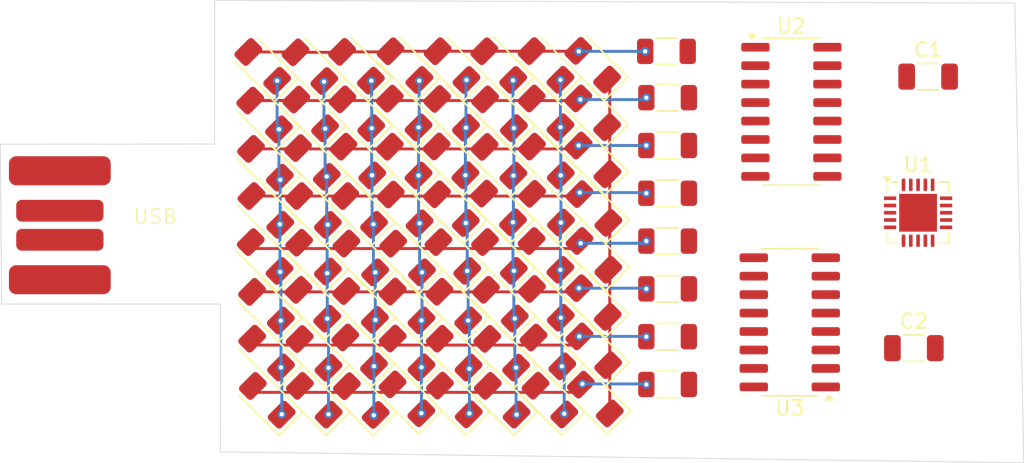
<source format=kicad_pcb>
(kicad_pcb (version 20240108) (generator "pcbnew") (generator_version "8.0")
  (layers (0 "F.Cu" signal) (31 "B.Cu" signal) (34 "B.Paste" user) (35 "F.Paste" user) (36 "B.SilkS" user "B.Silkscreen") (37 "F.SilkS" user "F.Silkscreen") (38 "B.Mask" user) (39 "F.Mask" user) (44 "Edge.Cuts" user))
  (net 0 "")
  (net 1 "Net-(D1-A)")
  (net 2 "GND")
  (net 3 "+5V")
  (net 4 "Net-(D1-K)")
  (net 5 "Net-(D10-K)")
  (net 6 "Net-(D11-K)")
  (net 7 "Net-(D12-K)")
  (net 8 "Net-(D13-K)")
  (net 9 "Net-(D14-K)")
  (net 10 "Net-(D15-K)")
  (net 11 "Net-(D16-K)")
  (net 12 "Net-(D10-A)")
  (net 13 "Net-(D17-A)")
  (net 14 "Net-(D25-A)")
  (net 15 "Net-(D33-A)")
  (net 16 "Net-(D41-A)")
  (net 17 "Net-(D49-A)")
  (net 18 "Net-(D57-A)")
  (net 31 "Net-(U2-QA)")
  (net 32 "Net-(U2-QH)")
  (net 33 "Net-(U2-QD)")
  (net 34 "Net-(U2-QB)")
  (net 35 "Net-(U2-QE)")
  (net 36 "Net-(U2-QG)")
  (net 37 "Net-(U2-QC)")
  (net 38 "Net-(U2-QF)")
  (footprint "Resistor_SMD:R_1206_3216Metric" (layer "F.Cu") (at 183.1675 109.11 180)
    (property "Reference" "R5" (hide yes))
    (property "Value" "220R" (hide yes))
  )
  (footprint "LED_SMD:LED_1206_3216Metric" (layer "F.Cu") (at 155.330858 100.370858 135)
    (property "Reference" "D1" (hide yes))
    (property "Value" "LED" (hide yes))
  )
  (footprint "LED_SMD:LED_1206_3216Metric" (layer "F.Cu") (at 178.090858 119.950858 135)
    (property "Reference" "D56" (hide yes))
    (property "Value" "LED" (hide yes))
  )
  (footprint "LED_SMD:LED_1206_3216Metric" (layer "F.Cu") (at 171.545429 110.115429 135)
    (property "Reference" "D30" (hide yes))
    (property "Value" "LED" (hide yes))
  )
  (footprint "LED_SMD:LED_1206_3216Metric" (layer "F.Cu") (at 174.815429 103.575429 135)
    (property "Reference" "D15" (hide yes))
    (property "Value" "LED" (hide yes))
  )
  (footprint "LED_SMD:LED_1206_3216Metric" (layer "F.Cu") (at 158.860858 120.130858 135)
    (property "Reference" "D50" (hide yes))
    (property "Value" "LED" (hide yes))
  )
  (footprint "LED_SMD:LED_1206_3216Metric" (layer "F.Cu") (at 155.545429 110.285429 135)
    (property "Reference" "D25" (hide yes))
    (property "Value" "LED" (hide yes))
  )
  (footprint "LED_SMD:LED_1206_3216Metric" (layer "F.Cu") (at 168.27548 106.87548 135)
    (property "Reference" "D21" (hide yes))
    (property "Value" "LED" (hide yes))
  )
  (footprint "LED_SMD:LED_1206_3216Metric" (layer "F.Cu") (at 178.100858 113.380858 135)
    (property "Reference" "D40" (hide yes))
    (property "Value" "LED" (hide yes))
  )
  (footprint "LED_SMD:LED_1206_3216Metric" (layer "F.Cu") (at 168.305429 110.165429 135)
    (property "Reference" "D29" (hide yes))
    (property "Value" "LED" (hide yes))
  )
  (footprint "LED_SMD:LED_1206_3216Metric" (layer "F.Cu") (at 171.670858 116.740858 135)
    (property "Reference" "D46" (hide yes))
    (property "Value" "LED" (hide yes))
  )
  (footprint "Package_SO:SOIC-16_3.9x9.9mm_P1.27mm" (layer "F.Cu") (at 191.57 117.99 180)
    (property "Reference" "U3")
    (property "Value" "74HC595")
  )
  (footprint "LED_SMD:LED_1206_3216Metric" (layer "F.Cu") (at 162.050858 116.830858 135)
    (property "Reference" "D43" (hide yes))
    (property "Value" "LED" (hide yes))
  )
  (footprint "LED_SMD:LED_1206_3216Metric" (layer "F.Cu") (at 174.835429 116.685429 135)
    (property "Reference" "D47" (hide yes))
    (property "Value" "LED" (hide yes))
  )
  (footprint "LED_SMD:LED_1206_3216Metric" (layer "F.Cu") (at 158.820858 113.500858 135)
    (property "Reference" "D34" (hide yes))
    (property "Value" "LED" (hide yes))
  )
  (footprint "LED_SMD:LED_1206_3216Metric" (layer "F.Cu") (at 158.625429 103.645429 135)
    (property "Reference" "D10" (hide yes))
    (property "Value" "LED" (hide yes))
  )
  (footprint "LED_SMD:LED_1206_3216Metric" (layer "F.Cu") (at 174.810858 100.310858 135)
    (property "Reference" "D7" (hide yes))
    (property "Value" "LED" (hide yes))
  )
  (footprint "LED_SMD:LED_1206_3216Metric" (layer "F.Cu") (at 168.465429 116.875429 135)
    (property "Reference" "D45" (hide yes))
    (property "Value" "LED" (hide yes))
  )
  (footprint "LED_SMD:LED_1206_3216Metric" (layer "F.Cu") (at 162.105429 123.375429 135)
    (property "Reference" "D59" (hide yes))
    (property "Value" "LED" (hide yes))
  )
  (footprint "Resistor_SMD:R_1206_3216Metric" (layer "F.Cu") (at 183.1675 112.4 180)
    (property "Reference" "R4" (hide yes))
    (property "Value" "220R" (hide yes))
  )
  (footprint "LED_SMD:LED_1206_3216Metric" (layer "F.Cu") (at 174.845429 110.135429 135)
    (property "Reference" "D31" (hide yes))
    (property "Value" "LED" (hide yes))
  )
  (footprint "Package_SO:SOIC-16_3.9x9.9mm_P1.27mm" (layer "F.Cu") (at 191.68 103.5)
    (property "Reference" "U2")
    (property "Value" "74HC595" (hide yes))
  )
  (footprint "LED_SMD:LED_1206_3216Metric" (layer "F.Cu") (at 161.800858 103.630858 135)
    (property "Reference" "D11" (hide yes))
    (property "Value" "LED" (hide yes))
  )
  (footprint "LED_SMD:LED_1206_3216Metric" (layer "F.Cu") (at 158.775429 116.745429 135)
    (property "Reference" "D42" (hide yes))
    (property "Value" "LED" (hide yes))
  )
  (footprint "LED_SMD:LED_1206_3216Metric" (layer "F.Cu") (at 165.110858 100.320858 135)
    (property "Reference" "D4" (hide yes))
    (property "Value" "LED" (hide yes))
  )
  (footprint "LED_SMD:LED_1206_3216Metric" (layer "F.Cu") (at 171.610858 103.630858 135)
    (property "Reference" "D14" (hide yes))
    (property "Value" "LED" (hide yes))
  )
  (footprint "LED_SMD:LED_1206_3216Metric" (layer "F.Cu") (at 168.490858 120.110858 135)
    (property "Reference" "D53" (hide yes))
    (property "Value" "LED" (hide yes))
  )
  (footprint "LED_SMD:LED_1206_3216Metric" (layer "F.Cu") (at 171.795429 123.355429 135)
    (property "Reference" "D62" (hide yes))
    (property "Value" "LED" (hide yes))
  )
  (footprint "LED_SMD:LED_1206_3216Metric" (layer "F.Cu") (at 161.990858 120.020858 135)
    (property "Reference" "D51" (hide yes))
    (property "Value" "LED" (hide yes))
  )
  (footprint "LED_SMD:LED_1206_3216Metric" (layer "F.Cu") (at 178.060858 116.630858 135)
    (property "Reference" "D48" (hide yes))
    (property "Value" "LED" (hide yes))
  )
  (footprint "LED_SMD:LED_1206_3216Metric" (layer "F.Cu") (at 178.020858 103.570858 135)
    (property "Reference" "D16" (hide yes))
    (property "Value" "LED" (hide yes))
  )
  (footprint "LED_SMD:LED_1206_3216Metric" (layer "F.Cu") (at 155.495429 113.460858 135)
    (property "Reference" "D33" (hide yes))
    (property "Value" "LED" (hide yes))
  )
  (footprint "LED_SMD:LED_1206_3216Metric" (layer "F.Cu") (at 165.245429 123.255429 135)
    (property "Reference" "D60" (hide yes))
    (property "Value" "LED" (hide yes))
  )
  (footprint "Resistor_SMD:R_1206_3216Metric" (layer "F.Cu") (at 183.1675 122.27 180)
    (property "Reference" "R1" (hide yes))
    (property "Value" "220R" (hide yes))
  )
  (footprint "LED_SMD:LED_1206_3216Metric" (layer "F.Cu") (at 155.585429 116.885429 135)
    (property "Reference" "D41" (hide yes))
    (property "Value" "LED" (hide yes))
  )
  (footprint "Resistor_SMD:R_1206_3216Metric" (layer "F.Cu") (at 183.09 99.34 180)
    (property "Reference" "R8" (hide yes))
    (property "Value" "220R" (hide yes))
  )
  (footprint "LED_SMD:LED_1206_3216Metric" (layer "F.Cu") (at 162.070858 113.560858 135)
    (property "Reference" "D35" (hide yes))
    (property "Value" "LED" (hide yes))
  )
  (footprint "LED_SMD:LED_1206_3216Metric" (layer "F.Cu") (at 168.315429 103.605429 135)
    (property "Reference" "D13" (hide yes))
    (property "Value" "LED" (hide yes))
  )
  (footprint "LED_SMD:LED_1206_3216Metric" (layer "F.Cu") (at 174.835429 106.885429 135)
    (property "Reference" "D23" (hide yes))
    (property "Value" "LED" (hide yes))
  )
  (footprint "Resistor_SMD:R_1206_3216Metric" (layer "F.Cu") (at 183.1675 102.53 180)
    (property "Reference" "R7" (hide yes))
    (property "Value" "220R" (hide yes))
  )
  (footprint "LED_SMD:LED_1206_3216Metric" (layer "F.Cu") (at 158.875429 123.355429 135)
    (property "Reference" "D58" (hide yes))
    (property "Value" "LED" (hide yes))
  )
  (footprint "LED_SMD:LED_1206_3216Metric" (layer "F.Cu") (at 155.455429 103.715429 135)
    (property "Reference" "D9" (hide yes))
    (property "Value" "LED" (hide yes))
  )
  (footprint "LED_SMD:LED_1206_3216Metric" (layer "F.Cu") (at 165.255429 120.095429 135)
    (property "Reference" "D52" (hide yes))
    (property "Value" "LED" (hide yes))
  )
  (footprint "LED_SMD:LED_1206_3216Metric" (layer "F.Cu") (at 171.760858 120.120858 135)
    (property "Reference" "D54" (hide yes))
    (property "Value" "LED" (hide yes))
  )
  (footprint "LED_SMD:LED_1206_3216Metric" (layer "F.Cu") (at 161.870858 106.890858 135)
    (property "Reference" "D19" (hide yes))
    (property "Value" "LED" (hide yes))
  )
  (footprint "LED_SMD:LED_1206_3216Metric" (layer "F.Cu") (at 155.515429 107.045429 135)
    (property "Reference" "D17" (hide yes))
    (property "Value" "LED" (hide yes))
  )
  (footprint "LED_SMD:LED_1206_3216Metric" (layer "F.Cu") (at 168.350858 100.320858 135)
    (property "Reference" "D5" (hide yes))
    (property "Value" "LED" (hide yes))
  )
  (footprint "LED_SMD:LED_1206_3216Metric" (layer "F.Cu") (at 174.940858 120.030858 135)
    (property "Reference" "D55" (hide yes))
    (property "Value" "LED" (hide yes))
  )
  (footprint "LED_SMD:LED_1206_3216Metric" (layer "F.Cu") (at 155.595429 120.105429 135)
    (property "Reference" "D49" (hide yes))
    (property "Value" "LED" (hide yes))
  )
  (footprint "LED_SMD:LED_1206_3216Metric" (layer "F.Cu") (at 168.400858 113.460858 135)
    (property "Reference" "D37" (hide yes))
    (property "Value" "LED" (hide yes))
  )
  (footprint "LED_SMD:LED_1206_3216Metric" (layer "F.Cu") (at 161.995429 110.285429 135)
    (property "Reference" "D27" (hide yes))
    (property "Value" "LED" (hide yes))
  )
  (footprint "LED_SMD:LED_1206_3216Metric" (layer "F.Cu") (at 158.820858 110.290858 135)
    (property "Reference" "D26" (hide yes))
    (property "Value" "LED" (hide yes))
  )
  (footprint "LED_SMD:LED_1206_3216Metric" (layer "F.Cu") (at 171.605429 113.455429 135)
    (property "Reference" "D38" (hide yes))
    (property "Value" "LED" (hide yes))
  )
  (footprint "LED_SMD:LED_1206_3216Metric" (layer "F.Cu") (at 171.575429 106.905429 135)
    (property "Reference" "D22" (hide yes))
    (property "Value" "LED" (hide yes))
  )
  (footprint "LED_SMD:LED_1206_3216Metric" (layer "F.Cu") (at 178.015429 100.295429 135)
    (property "Reference" "D8" (hide yes))
    (property "Value" "LED" (hide yes))
  )
  (footprint "LED_SMD:LED_1206_3216Metric" (layer "F.Cu") (at 165.290858 113.560858 135)
    (property "Reference" "D36" (hide yes))
    (property "Value" "LED" (hide yes))
  )
  (footprint "LED_SMD:LED_1206_3216Metric" (layer "F.Cu") (at 168.505429 123.335429 135)
    (property "Reference" "D61" (hide yes))
    (property "Value" "LED" (hide yes))
  )
  (footprint "LED_SMD:LED_1206_3216Metric" (layer "F.Cu") (at 175.075429 123.345429 135)
    (property "Reference" "D63" (hide yes))
    (property "Value" "LED" (hide yes))
  )
  (footprint "Capacitor_SMD:C_1206_3216Metric" (layer "F.Cu") (at 201.08 101.08)
    (property "Reference" "C1")
    (property "Value" "0.1uF")
  )
  (footprint "LED_SMD:LED_1206_3216Metric" (layer "F.Cu") (at 158.575429 100.395429 135)
    (property "Reference" "D2" (hide yes))
    (property "Value" "LED" (hide yes))
  )
  (footprint "LED_SMD:LED_1206_3216Metric" (layer "F.Cu") (at 178.105429 110.155429 135)
    (property "Reference" "D32" (hide yes))
    (property "Value" "LED" (hide yes))
  )
  (footprint "LED_SMD:LED_1206_3216Metric" (layer "F.Cu") (at 171.560858 100.320858 135)
    (property "Reference" "D6" (hide yes))
    (property "Value" "LED" (hide yes))
  )
  (footprint "Package_DFN_QFN:QFN-20-1EP_4x4mm_P0.5mm_EP2.6x2.6mm" (layer "F.Cu") (at 200.39 110.45)
    (property "Reference" "U1")
    (property "Value" "ATtiny84-20M")
  )
  (footprint "LED_SMD:LED_1206_3216Metric" (layer "F.Cu") (at 165.055429 103.585429 135)
    (property "Reference" "D12" (hide yes))
    (property "Value" "LED" (hide yes))
  )
  (footprint "LED_SMD:LED_1206_3216Metric" (layer "F.Cu") (at 174.805429 113.385429 135)
    (property "Reference" "D39" (hide yes))
    (property "Value" "LED" (hide yes))
  )
  (footprint "LED_SMD:LED_1206_3216Metric" (layer "F.Cu") (at 155.640858 123.360858 135)
    (property "Reference" "D57" (hide yes))
    (property "Value" "LED" (hide yes))
  )
  (footprint "LED_SMD:LED_1206_3216Metric" (layer "F.Cu") (at 178.040858 106.810858 135)
    (property "Reference" "D24" (hide yes))
    (property "Value" "LED" (hide yes))
  )
  (footprint "LED_SMD:LED_1206_3216Metric" (layer "F.Cu") (at 165.125429 110.185429 135)
    (property "Reference" "D28" (hide yes))
    (property "Value" "LED" (hide yes))
  )
  (footprint "LED_SMD:LED_1206_3216Metric" (layer "F.Cu") (at 158.74548 106.98548 135)
    (property "Reference" "D18" (hide yes))
    (property "Value" "LED" (hide yes))
  )
  (footprint "LED_SMD:LED_1206_3216Metric" (layer "F.Cu") (at 165.255429 116.865429 135)
    (property "Reference" "D44" (hide yes))
    (property "Value" "LED" (hide yes))
  )
  (footprint "Resistor_SMD:R_1206_3216Metric" (layer "F.Cu") (at 183.1675 105.82 180)
    (property "Reference" "R6" (hide yes))
    (property "Value" "220R" (hide yes))
  )
  (footprint "Resistor_SMD:R_1206_3216Metric" (layer "F.Cu") (at 183.1675 118.98 180)
    (property "Reference" "R2" (hide yes))
    (property "Value" "220R" (hide yes))
  )
  (footprint "MY_FOOTPRINT_LIBRARY:PSB_USB_CONN" (layer "F.Cu") (at 141.38 111.31)
    (property "Reference" "U4" (hide yes))
    (property "Value" "~" (hide yes))
  )
  (footprint "LED_SMD:LED_1206_3216Metric" (layer "F.Cu") (at 161.775429 100.365429 135)
    (property "Reference" "D3" (hide yes))
    (property "Value" "LED" (hide yes))
  )
  (footprint "Capacitor_SMD:C_1206_3216Metric" (layer "F.Cu") (at 200.1 119.77)
    (property "Reference" "C2")
    (property "Value" "0.1uF")
  )
  (footprint "LED_SMD:LED_1206_3216Metric" (layer "F.Cu") (at 165.055429 106.895429 135)
    (property "Reference" "D20" (hide yes))
    (property "Value" "LED" (hide yes))
  )
  (footprint "Resistor_SMD:R_1206_3216Metric" (layer "F.Cu") (at 183.1675 115.69 180)
    (property "Reference" "R3" (hide yes))
    (property "Value" "220R" (hide yes))
  )
  (footprint "LED_SMD:LED_1206_3216Metric" (layer "F.Cu") (at 178.200858 123.270858 135)
    (property "Reference" "D64" (hide yes))
    (property "Value" "LED" (hide yes))
  )
  (gr_poly (pts (xy 137.29 105.73) (xy 137.38 116.73) (xy 152.43 116.73) (xy 152.42 126.91) (xy 207.66 127.66) (xy 207.04 96.02) (xy 152.03 95.83) (xy 152.02 105.72)) (stroke (width 0.05)) (fill none) (layer "Edge.Cuts"))
  (segment (start 160.75548 99.40548) (end 160.78548 99.37548) (width 0.2) (layer "F.Cu") (net 1))
  (segment (start 164.076338 99.37548) (end 164.120909 99.330909) (width 0.2) (layer "F.Cu") (net 1))
  (segment (start 160.78548 99.37548) (end 164.076338 99.37548) (width 0.2) (layer "F.Cu") (net 1))
  (segment (start 177.000051 99.330909) (end 177.02548 99.30548) (width 0.2) (layer "F.Cu") (net 1))
  (segment (start 154.340909 99.380909) (end 157.560909 99.380909) (width 0.2) (layer "F.Cu") (net 1))
  (segment (start 157.560909 99.380909) (end 157.58548 99.40548) (width 0.2) (layer "F.Cu") (net 1))
  (segment (start 177.06 99.34) (end 177.02548 99.30548) (width 0.2) (layer "F.Cu") (net 1))
  (segment (start 167.360909 99.330909) (end 177.000051 99.330909) (width 0.2) (layer "F.Cu") (net 1))
  (segment (start 181.59298 99.30548) (end 181.6275 99.34) (width 0.2) (layer "F.Cu") (net 1))
  (segment (start 157.58548 99.40548) (end 160.75548 99.40548) (width 0.2) (layer "F.Cu") (net 1))
  (segment (start 164.120909 99.330909) (end 167.360909 99.330909) (width 0.2) (layer "F.Cu") (net 1))
  (via (at 181.6275 99.34) (size 0.6) (drill 0.3) (layers "F.Cu" "B.Cu") (net 1))
  (via (at 177.06 99.34) (size 0.6) (drill 0.3) (layers "F.Cu" "B.Cu") (net 1))
  (segment (start 177.06 99.34) (end 181.6275 99.34) (width 0.2) (layer "B.Cu") (net 1))
  (segment (start 156.505378 108.155378) (end 156.53 108.18) (width 0.2) (layer "F.Cu") (net 4))
  (segment (start 156.535378 111.275378) (end 156.535378 111.265378) (width 0.2) (layer "F.Cu") (net 4))
  (segment (start 156.485378 114.475378) (end 156.53 114.52) (width 0.2) (layer "F.Cu") (net 4))
  (segment (start 156.320807 101.360807) (end 156.320807 101.75) (width 0.2) (layer "F.Cu") (net 4))
  (segment (start 156.630807 124.350807) (end 156.630807 124.329193) (width 0.2) (layer "F.Cu") (net 4))
  (segment (start 156.320807 102.090102) (end 156.285429 102.12548) (width 0.2) (layer "F.Cu") (net 4))
  (segment (start 156.505378 108.035378) (end 156.505378 108.155378) (width 0.2) (layer "F.Cu") (net 4))
  (segment (start 156.320807 101.75) (end 156.320807 102.090102) (width 0.2) (layer "F.Cu") (net 4))
  (segment (start 156.485378 114.450807) (end 156.485378 114.475378) (width 0.2) (layer "F.Cu") (net 4))
  (segment (start 156.535378 111.265378) (end 156.51 111.24) (width 0.2) (layer "F.Cu") (net 4))
  (segment (start 156.320807 101.75) (end 156.320807 101.049997) (width 0.2) (layer "F.Cu") (net 4))
  (segment (start 156.575378 117.895378) (end 156.6 117.92) (width 0.2) (layer "F.Cu") (net 4))
  (segment (start 156.25376 104.51376) (end 156.445378 104.705378) (width 0.2) (layer "F.Cu") (net 4))
  (segment (start 156.575378 117.895378) (end 156.575378 117.875378) (width 0.2) (layer "F.Cu") (net 4))
  (segment (start 156.630807 124.329193) (end 156.64 124.32) (width 0.2) (layer "F.Cu") (net 4))
  (via (at 156.585378 121.095378) (size 0.6) (drill 0.3) (layers "F.Cu" "B.Cu") (net 4))
  (via (at 156.575378 117.875378) (size 0.6) (drill 0.3) (layers "F.Cu" "B.Cu") (net 4))
  (via (at 156.64 124.32) (size 0.6) (drill 0.3) (layers "F.Cu" "B.Cu") (net 4))
  (via (at 156.320807 101.360807) (size 0.6) (drill 0.3) (layers "F.Cu" "B.Cu") (net 4))
  (via (at 156.51 111.24) (size 0.6) (drill 0.3) (layers "F.Cu" "B.Cu") (net 4))
  (via (at 156.53 108.18) (size 0.6) (drill 0.3) (layers "F.Cu" "B.Cu") (net 4))
  (via (at 156.445378 104.705378) (size 0.6) (drill 0.3) (layers "F.Cu" "B.Cu") (net 4))
  (via (at 156.445378 104.705378) (size 0.6) (drill 0.3) (layers "F.Cu" "B.Cu") (net 4))
  (via (at 156.53 114.52) (size 0.6) (drill 0.3) (layers "F.Cu" "B.Cu") (net 4))
  (segment (start 156.64 124.32) (end 156.64 121.15) (width 0.2) (layer "B.Cu") (net 4))
  (segment (start 156.575378 114.474622) (end 156.575378 117.875378) (width 0.2) (layer "B.Cu") (net 4))
  (segment (start 156.51 114.5) (end 156.53 114.52) (width 0.2) (layer "B.Cu") (net 4))
  (segment (start 156.53 114.52) (end 156.575378 114.474622) (width 0.2) (layer "B.Cu") (net 4))
  (segment (start 156.320807 104.580807) (end 156.445378 104.705378) (width 0.2) (layer "B.Cu") (net 4))
  (segment (start 156.64 121.15) (end 156.585378 121.095378) (width 0.2) (layer "B.Cu") (net 4))
  (segment (start 156.320807 101.360807) (end 156.320807 104.580807) (width 0.2) (layer "B.Cu") (net 4))
  (segment (start 156.53 108.18) (end 156.53 111.22) (width 0.2) (layer "B.Cu") (net 4))
  (segment (start 156.585378 121.095378) (end 156.585378 117.885378) (width 0.2) (layer "B.Cu") (net 4))
  (segment (start 156.53 111.22) (end 156.51 111.24) (width 0.2) (layer "B.Cu") (net 4))
  (segment (start 156.445378 108.095378) (end 156.53 108.18) (width 0.2) (layer "B.Cu") (net 4))
  (segment (start 156.585378 117.885378) (end 156.575378 117.875378) (width 0.2) (layer "B.Cu") (net 4))
  (segment (start 156.445378 104.705378) (end 156.445378 108.095378) (width 0.2) (layer "B.Cu") (net 4))
  (segment (start 156.51 111.24) (end 156.51 114.5) (width 0.2) (layer "B.Cu") (net 4))
  (segment (start 159.810807 114.490807) (end 159.810807 114.559193) (width 0.2) (layer "F.Cu") (net 5))
  (segment (start 159.615378 104.635378) (end 159.615378 104.655378) (width 0.2) (layer "F.Cu") (net 5))
  (segment (start 159.865378 124.345378) (end 159.865378 124.335378) (width 0.2) (layer "F.Cu") (net 5))
  (segment (start 159.765378 117.735378) (end 159.77 117.74) (width 0.2) (layer "F.Cu") (net 5))
  (segment (start 159.735429 107.965429) (end 159.73 107.96) (width 0.2) (layer "F.Cu") (net 5))
  (segment (start 159.565378 101.385378) (end 159.565378 101.404622) (width 0.2) (layer "F.Cu") (net 5))
  (segment (start 159.615378 104.655378) (end 159.62 104.66) (width 0.2) (layer "F.Cu") (net 5))
  (segment (start 159.865378 124.335378) (end 159.85 124.32) (width 0.2) (layer "F.Cu") (net 5))
  (segment (start 159.810807 111.280807) (end 159.8 111.27) (width 0.2) (layer "F.Cu") (net 5))
  (segment (start 159.565378 101.404622) (end 159.54 101.43) (width 0.2) (layer "F.Cu") (net 5))
  (segment (start 159.810807 114.559193) (end 159.76 114.61) (width 0.2) (layer "F.Cu") (net 5))
  (segment (start 159.735429 107.975429) (end 159.735429 107.965429) (width 0.2) (layer "F.Cu") (net 5))
  (via (at 159.850807 121.120807) (size 0.6) (drill 0.3) (layers "F.Cu" "B.Cu") (net 5))
  (via (at 159.54 101.43) (size 0.6) (drill 0.3) (layers "F.Cu" "B.Cu") (net 5))
  (via (at 159.85 124.32) (size 0.6) (drill 0.3) (layers "F.Cu" "B.Cu") (net 5))
  (via (at 159.73 107.96) (size 0.6) (drill 0.3) (layers "F.Cu" "B.Cu") (net 5))
  (via (at 159.76 114.61) (size 0.6) (drill 0.3) (layers "F.Cu" "B.Cu") (net 5))
  (via (at 159.8 111.27) (size 0.6) (drill 0.3) (layers "F.Cu" "B.Cu") (net 5))
  (via (at 159.62 104.66) (size 0.6) (drill 0.3) (layers "F.Cu" "B.Cu") (net 5))
  (via (at 159.77 117.74) (size 0.6) (drill 0.3) (layers "F.Cu" "B.Cu") (net 5))
  (segment (start 159.85 121.121614) (end 159.850807 121.120807) (width 0.2) (layer "B.Cu") (net 5))
  (segment (start 159.850807 117.820807) (end 159.850807 121.120807) (width 0.2) (layer "B.Cu") (net 5))
  (segment (start 159.77 117.74) (end 159.850807 117.820807) (width 0.2) (layer "B.Cu") (net 5))
  (segment (start 159.73 111.2) (end 159.8 111.27) (width 0.2) (layer "B.Cu") (net 5))
  (segment (start 159.85 124.32) (end 159.85 121.121614) (width 0.2) (layer "B.Cu") (net 5))
  (segment (start 159.54 104.58) (end 159.62 104.66) (width 0.2) (layer "B.Cu") (net 5))
  (segment (start 159.54 101.43) (end 159.54 104.58) (width 0.2) (layer "B.Cu") (net 5))
  (segment (start 159.77 114.62) (end 159.77 117.74) (width 0.2) (layer "B.Cu") (net 5))
  (segment (start 159.8 111.27) (end 159.76 111.31) (width 0.2) (layer "B.Cu") (net 5))
  (segment (start 159.73 107.96) (end 159.73 111.2) (width 0.2) (layer "B.Cu") (net 5))
  (segment (start 159.62 107.85) (end 159.73 107.96) (width 0.2) (layer "B.Cu") (net 5))
  (segment (start 159.76 111.31) (end 159.76 114.61) (width 0.2) (layer "B.Cu") (net 5))
  (segment (start 159.62 104.66) (end 159.62 107.85) (width 0.2) (layer "B.Cu") (net 5))
  (segment (start 159.76 114.61) (end 159.77 114.62) (width 0.2) (layer "B.Cu") (net 5))
  (segment (start 162.985378 111.275378) (end 162.975378 111.275378) (width 0.2) (layer "F.Cu") (net 6))
  (segment (start 162.860807 107.880807) (end 162.85 107.87) (width 0.2) (layer "F.Cu") (net 6))
  (segment (start 162.795378 101.355378) (end 162.8 101.36) (width 0.2) (layer "F.Cu") (net 6))
  (segment (start 162.994622 124.365378) (end 162.97 124.39) (width 0.2) (layer "F.Cu") (net 6))
  (segment (start 163.095378 124.365378) (end 162.994622 124.365378) (width 0.2) (layer "F.Cu") (net 6))
  (segment (start 163.070807 117.820807) (end 163.08 117.83) (width 0.2) (layer "F.Cu") (net 6))
  (segment (start 163.040807 117.820807) (end 163.070807 117.820807) (width 0.2) (layer "F.Cu") (net 6))
  (segment (start 162.790807 104.620807) (end 162.810807 104.620807) (width 0.2) (layer "F.Cu") (net 6))
  (segment (start 162.765378 101.355378) (end 162.795378 101.355378) (width 0.2) (layer "F.Cu") (net 6))
  (segment (start 163.060807 114.550807) (end 163.069193 114.550807) (width 0.2) (layer "F.Cu") (net 6))
  (segment (start 162.975378 111.275378) (end 162.94 111.24) (width 0.2) (layer "F.Cu") (net 6))
  (segment (start 163.069193 114.550807) (end 163.07 114.55) (width 0.2) (layer "F.Cu") (net 6))
  (segment (start 162.810807 104.620807) (end 162.82 104.63) (width 0.2) (layer "F.Cu") (net 6))
  (via (at 162.980807 121.010807) (size 0.6) (drill 0.3) (layers "F.Cu" "B.Cu") (net 6))
  (via (at 162.94 111.24) (size 0.6) (drill 0.3) (layers "F.Cu" "B.Cu") (net 6))
  (via (at 162.82 104.63) (size 0.6) (drill 0.3) (layers "F.Cu" "B.Cu") (net 6))
  (via (at 162.97 124.39) (size 0.6) (drill 0.3) (layers "F.Cu" "B.Cu") (net 6))
  (via (at 163.07 114.55) (size 0.6) (drill 0.3) (layers "F.Cu" "B.Cu") (net 6))
  (via (at 162.85 107.87) (size 0.6) (drill 0.3) (layers "F.Cu" "B.Cu") (net 6))
  (via (at 163.08 117.83) (size 0.6) (drill 0.3) (layers "F.Cu" "B.Cu") (net 6))
  (via (at 162.8 101.36) (size 0.6) (drill 0.3) (layers "F.Cu" "B.Cu") (net 6))
  (segment (start 162.94 111.24) (end 162.94 114.42) (width 0.2) (layer "B.Cu") (net 6))
  (segment (start 163.07 114.55) (end 163.07 117.82) (width 0.2) (layer "B.Cu") (net 6))
  (segment (start 162.82 101.38) (end 162.82 104.63) (width 0.2) (layer "B.Cu") (net 6))
  (segment (start 163.07 117.82) (end 163.08 117.83) (width 0.2) (layer "B.Cu") (net 6))
  (segment (start 162.82 107.84) (end 162.85 107.87) (width 0.2) (layer "B.Cu") (net 6))
  (segment (start 162.82 104.63) (end 162.82 107.84) (width 0.2) (layer "B.Cu") (net 6))
  (segment (start 162.97 121.021614) (end 162.980807 121.010807) (width 0.2) (layer "B.Cu") (net 6))
  (segment (start 162.8 101.36) (end 162.82 101.38) (width 0.2) (layer "B.Cu") (net 6))
  (segment (start 162.980807 117.929193) (end 162.980807 121.010807) (width 0.2) (layer "B.Cu") (net 6))
  (segment (start 162.97 124.39) (end 162.97 121.021614) (width 0.2) (layer "B.Cu") (net 6))
  (segment (start 162.85 107.87) (end 162.85 111.15) (width 0.2) (layer "B.Cu") (net 6))
  (segment (start 163.08 117.83) (end 162.980807 117.929193) (width 0.2) (layer "B.Cu") (net 6))
  (segment (start 162.85 111.15) (end 162.94 111.24) (width 0.2) (layer "B.Cu") (net 6))
  (segment (start 162.94 114.42) (end 163.07 114.55) (width 0.2) (layer "B.Cu") (net 6))
  (segment (start 166.100807 101.349193) (end 166.09 101.36) (width 0.2) (layer "F.Cu") (net 7))
  (segment (start 166.100807 101.310807) (end 166.100807 101.349193) (width 0.2) (layer "F.Cu") (net 7))
  (via (at 166.045378 107.885378) (size 0.6) (drill 0.3) (layers "F.Cu" "B.Cu") (net 7))
  (via (at 166.09 101.36) (size 0.6) (drill 0.3) (layers "F.Cu" "B.Cu") (net 7))
  (via (at 166.045378 104.575378) (size 0.6) (drill 0.3) (layers "F.Cu" "B.Cu") (net 7))
  (via (at 166.115378 111.175378) (size 0.6) (drill 0.3) (layers "F.Cu" "B.Cu") (net 7))
  (via (at 166.280807 114.550807) (size 0.6) (drill 0.3) (layers "F.Cu" "B.Cu") (net 7))
  (via (at 166.245378 121.085378) (size 0.6) (drill 0.3) (layers "F.Cu" "B.Cu") (net 7))
  (via (at 166.235378 124.245378) (size 0.6) (drill 0.3) (layers "F.Cu" "B.Cu") (net 7))
  (via (at 166.245378 117.855378) (size 0.6) (drill 0.3) (layers "F.Cu" "B.Cu") (net 7))
  (segment (start 166.045378 107.885378) (end 166.045378 111.105378) (width 0.2) (layer "B.Cu") (net 7))
  (segment (start 166.280807 114.550807) (end 166.280807 117.819949) (width 0.2) (layer "B.Cu") (net 7))
  (segment (start 166.280807 117.819949) (end 166.245378 117.855378) (width 0.2) (layer "B.Cu") (net 7))
  (segment (start 166.115378 114.385378) (end 166.280807 114.550807) (width 0.2) (layer "B.Cu") (net 7))
  (segment (start 166.09 104.530756) (end 166.045378 104.575378) (width 0.2) (layer "B.Cu") (net 7))
  (segment (start 166.045378 111.105378) (end 166.115378 111.175378) (width 0.2) (layer "B.Cu") (net 7))
  (segment (start 166.115378 111.175378) (end 166.115378 114.385378) (width 0.2) (layer "B.Cu") (net 7))
  (segment (start 166.245378 124.235378) (end 166.235378 124.245378) (width 0.2) (layer "B.Cu") (net 7))
  (segment (start 166.245378 121.085378) (end 166.245378 124.235378) (width 0.2) (layer "B.Cu") (net 7))
  (segment (start 166.245378 117.855378) (end 166.245378 121.085378) (width 0.2) (layer "B.Cu") (net 7))
  (segment (start 166.09 101.36) (end 166.09 104.530756) (width 0.2) (layer "B.Cu") (net 7))
  (segment (start 166.045378 104.575378) (end 166.045378 107.885378) (width 0.2) (layer "B.Cu") (net 7))
  (segment (start 169.495378 124.304622) (end 169.54 124.26) (width 0.2) (layer "F.Cu") (net 8))
  (segment (start 169.495378 124.325378) (end 169.495378 124.304622) (width 0.2) (layer "F.Cu") (net 8))
  (via (at 169.305378 104.595378) (size 0.6) (drill 0.3) (layers "F.Cu" "B.Cu") (net 8))
  (via (at 169.265429 107.865429) (size 0.6) (drill 0.3) (layers "F.Cu" "B.Cu") (net 8))
  (via (at 169.295378 111.155378) (size 0.6) (drill 0.3) (layers "F.Cu" "B.Cu") (net 8))
  (via (at 169.54 121.19) (size 0.6) (drill 0.3) (layers "F.Cu" "B.Cu") (net 8))
  (via (at 169.340807 101.310807) (size 0.6) (drill 0.3) (layers "F.Cu" "B.Cu") (net 8))
  (via (at 169.54 124.26) (size 0.6) (drill 0.3) (layers "F.Cu" "B.Cu") (net 8))
  (via (at 169.455378 117.865378) (size 0.6) (drill 0.3) (layers "F.Cu" "B.Cu") (net 8))
  (via (at 169.390807 114.450807) (size 0.6) (drill 0.3) (layers "F.Cu" "B.Cu") (net 8))
  (segment (start 169.54 121.19) (end 169.5 121.15) (width 0.2) (layer "B.Cu") (net 8))
  (segment (start 169.455378 114.515378) (end 169.390807 114.450807) (width 0.2) (layer "B.Cu") (net 8))
  (segment (start 169.295378 111.155378) (end 169.295378 107.895378) (width 0.2) (layer "B.Cu") (net 8))
  (segment (start 169.295378 107.895378) (end 169.265429 107.865429) (width 0.2) (layer "B.Cu") (net 8))
  (segment (start 169.390807 114.450807) (end 169.390807 111.250807) (width 0.2) (layer "B.Cu") (net 8))
  (segment (start 169.390807 111.250807) (end 169.295378 111.155378) (width 0.2) (layer "B.Cu") (net 8))
  (segment (start 169.305378 101.346236) (end 169.340807 101.310807) (width 0.2) (layer "B.Cu") (net 8))
  (segment (start 169.265429 104.635327) (end 169.305378 104.595378) (width 0.2) (layer "B.Cu") (net 8))
  (segment (start 169.54 117.95) (end 169.455378 117.865378) (width 0.2) (layer "B.Cu") (net 8))
  (segment (start 169.265429 107.865429) (end 169.265429 104.635327) (width 0.2) (layer "B.Cu") (net 8))
  (segment (start 169.54 121.19) (end 169.54 117.95) (width 0.2) (layer "B.Cu") (net 8))
  (segment (start 169.305378 104.595378) (end 169.305378 101.346236) (width 0.2) (layer "B.Cu") (net 8))
  (segment (start 169.455378 117.865378) (end 169.455378 114.515378) (width 0.2) (layer "B.Cu") (net 8))
  (segment (start 169.54 124.26) (end 169.54 121.19) (width 0.2) (layer "B.Cu") (net 8))
  (segment (start 172.550807 101.329193) (end 172.54 101.34) (width 0.2) (layer "F.Cu") (net 9))
  (segment (start 172.550807 101.310807) (end 172.550807 101.329193) (width 0.2) (layer "F.Cu") (net 9))
  (via (at 172.750807 121.110807) (size 0.6) (drill 0.3) (layers "F.Cu" "B.Cu") (net 9))
  (via (at 172.595378 114.445378) (size 0.6) (drill 0.3) (layers "F.Cu" "B.Cu") (net 9))
  (via (at 172.535378 111.105378) (size 0.6) (drill 0.3) (layers "F.Cu" "B.Cu") (net 9))
  (via (at 172.565378 107.895378) (size 0.6) (drill 0.3) (layers "F.Cu" "B.Cu") (net 9))
  (via (at 172.600807 104.620807) (size 0.6) (drill 0.3) (layers "F.Cu" "B.Cu") (net 9))
  (via (at 172.785378 124.345378) (size 0.6) (drill 0.3) (layers "F.Cu" "B.Cu") (net 9))
  (via (at 172.54 101.34) (size 0.6) (drill 0.3) (layers "F.Cu" "B.Cu") (net 9))
  (via (at 172.660807 117.730807) (size 0.6) (drill 0.3) (layers "F.Cu" "B.Cu") (net 9))
  (segment (start 172.565378 111.075378) (end 172.535378 111.105378) (width 0.2) (layer "B.Cu") (net 9))
  (segment (start 172.535378 111.105378) (end 172.535378 114.385378) (width 0.2) (layer "B.Cu") (net 9))
  (segment (start 172.600807 107.859949) (end 172.565378 107.895378) (width 0.2) (layer "B.Cu") (net 9))
  (segment (start 172.595378 117.665378) (end 172.660807 117.730807) (width 0.2) (layer "B.Cu") (net 9))
  (segment (start 172.750807 121.110807) (end 172.750807 124.310807) (width 0.2) (layer "B.Cu") (net 9))
  (segment (start 172.595378 114.445378) (end 172.595378 117.665378) (width 0.2) (layer "B.Cu") (net 9))
  (segment (start 172.600807 104.620807) (end 172.600807 107.859949) (width 0.2) (layer "B.Cu") (net 9))
  (segment (start 172.660807 121.020807) (end 172.750807 121.110807) (width 0.2) (layer "B.Cu") (net 9))
  (segment (start 172.660807 117.730807) (end 172.660807 121.020807) (width 0.2) (layer "B.Cu") (net 9))
  (segment (start 172.54 104.56) (end 172.600807 104.620807) (width 0.2) (layer "B.Cu") (net 9))
  (segment (start 172.54 101.34) (end 172.54 104.56) (width 0.2) (layer "B.Cu") (net 9))
  (segment (start 172.565378 107.895378) (end 172.565378 111.075378) (width 0.2) (layer "B.Cu") (net 9))
  (segment (start 172.535378 114.385378) (end 172.595378 114.445378) (width 0.2) (layer "B.Cu") (net 9))
  (segment (start 172.750807 124.310807) (end 172.785378 124.345378) (width 0.2) (layer "B.Cu") (net 9))
  (segment (start 176.065378 124.285378) (end 176.06 124.28) (width 0.2) (layer "F.Cu") (net 10))
  (segment (start 176.065378 124.335378) (end 176.065378 124.285378) (width 0.2) (layer "F.Cu") (net 10))
  (via (at 175.825378 107.875378) (size 0.6) (drill 0.3) (layers "F.Cu" "B.Cu") (net 10))
  (via (at 175.800807 101.300807) (size 0.6) (drill 0.3) (layers "F.Cu" "B.Cu") (net 10))
  (via (at 175.805378 104.565378) (size 0.6) (drill 0.3) (layers "F.Cu" "B.Cu") (net 10))
  (via (at 175.835378 111.125378) (size 0.6) (drill 0.3) (layers "F.Cu" "B.Cu") (net 10))
  (via (at 175.795378 114.375378) (size 0.6) (drill 0.3) (layers "F.Cu" "B.Cu") (net 10))
  (via (at 176.06 124.28) (size 0.6) (drill 0.3) (layers "F.Cu" "B.Cu") (net 10))
  (via (at 175.825378 117.675378) (size 0.6) (drill 0.3) (layers "F.Cu" "B.Cu") (net 10))
  (via (at 175.9 121.02) (size 0.6) (drill 0.3) (layers "F.Cu" "B.Cu") (net 10))
  (segment (start 176.06 124.28) (end 176.06 121.18) (width 0.2) (layer "B.Cu") (net 10))
  (segment (start 175.9 121.02) (end 175.9 117.75) (width 0.2) (layer "B.Cu") (net 10))
  (segment (start 175.805378 104.565378) (end 175.805378 104.544622) (width 0.2) (layer "B.Cu") (net 10))
  (segment (start 176.06 121.18) (end 175.9 121.02) (width 0.2) (layer "B.Cu") (net 10))
  (segment (start 175.835378 107.885378) (end 175.825378 107.875378) (width 0.2) (layer "B.Cu") (net 10))
  (segment (start 175.795378 111.165378) (end 175.835378 111.125378) (width 0.2) (layer "B.Cu") (net 10))
  (segment (start 175.835378 111.125378) (end 175.835378 107.885378) (width 0.2) (layer "B.Cu") (net 10))
  (segment (start 175.825378 107.875378) (end 175.825378 104.585378) (width 0.2) (layer "B.Cu") (net 10))
  (segment (start 175.795378 114.375378) (end 175.795378 111.165378) (width 0.2) (layer "B.Cu") (net 10))
  (segment (start 175.9 117.75) (end 175.825378 117.675378) (width 0.2) (layer "B.Cu") (net 10))
  (segment (start 175.825378 117.675378) (end 175.825378 114.405378) (width 0.2) (layer "B.Cu") (net 10))
  (segment (start 175.805378 104.544622) (end 175.800807 104.540051) (width 0.2) (layer "B.Cu") (net 10))
  (segment (start 175.825378 104.585378) (end 175.805378 104.565378) (width 0.2) (layer "B.Cu") (net 10))
  (segment (start 175.825378 114.405378) (end 175.795378 114.375378) (width 0.2) (layer "B.Cu") (net 10))
  (segment (start 175.800807 104.540051) (end 175.800807 101.300807) (width 0.2) (layer "B.Cu") (net 10))
  (segment (start 179.190807 124.260807) (end 179.190807 101.470807) (width 0.2) (layer "F.Cu") (net 11))
  (segment (start 179.190807 101.470807) (end 179.005378 101.285378) (width 0.2) (layer "F.Cu") (net 11))
  (segment (start 154.46548 102.72548) (end 176.886338 102.72548) (width 0.2) (layer "F.Cu") (net 12))
  (segment (start 176.886338 102.72548) (end 177.030909 102.580909) (width 0.2) (layer "F.Cu") (net 12))
  (segment (start 181.685 102.55) (end 181.705 102.53) (width 0.2) (layer "F.Cu") (net 12))
  (segment (start 154.46548 102.72548) (end 157.56548 102.72548) (width 0.2) (layer "F.Cu") (net 12))
  (segment (start 157.56548 102.72548) (end 157.63548 102.65548) (width 0.2) (layer "F.Cu") (net 12))
  (segment (start 177.090909 102.580909) (end 177.17 102.66) (width 0.2) (layer "F.Cu") (net 12))
  (segment (start 177.030909 102.580909) (end 177.090909 102.580909) (width 0.2) (layer "F.Cu") (net 12))
  (via (at 181.705 102.53) (size 0.6) (drill 0.3) (layers "F.Cu" "B.Cu") (net 12))
  (via (at 177.17 102.66) (size 0.6) (drill 0.3) (layers "F.Cu" "B.Cu") (net 12))
  (segment (start 181.575 102.66) (end 181.705 102.53) (width 0.2) (layer "B.Cu") (net 12))
  (segment (start 177.17 102.66) (end 181.575 102.66) (width 0.2) (layer "B.Cu") (net 12))
  (segment (start 176.816338 106.05548) (end 177.050909 105.820909) (width 0.2) (layer "F.Cu") (net 13))
  (segment (start 181.695 105.81) (end 181.705 105.82) (width 0.2) (layer "F.Cu") (net 13))
  (segment (start 154.52548 106.05548) (end 176.816338 106.05548) (width 0.2) (layer "F.Cu") (net 13))
  (via (at 181.705 105.82) (size 0.6) (drill 0.3) (layers "F.Cu" "B.Cu") (net 13))
  (via (at 177.050909 105.820909) (size 0.6) (drill 0.3) (layers "F.Cu" "B.Cu") (net 13))
  (segment (start 177.050909 105.820909) (end 181.704091 105.820909) (width 0.2) (layer "B.Cu") (net 13))
  (segment (start 181.704091 105.820909) (end 181.705 105.82) (width 0.2) (layer "B.Cu") (net 13))
  (segment (start 176.980051 109.300909) (end 177.11548 109.16548) (width 0.2) (layer "F.Cu") (net 14))
  (segment (start 181.655 109.16) (end 181.705 109.11) (width 0.2) (layer "F.Cu") (net 14))
  (segment (start 157.830909 109.300909) (end 176.980051 109.300909) (width 0.2) (layer "F.Cu") (net 14))
  (segment (start 154.560909 109.300909) (end 157.830909 109.300909) (width 0.2) (layer "F.Cu") (net 14))
  (segment (start 177.11548 109.16548) (end 177.11548 109.07452) (width 0.2) (layer "F.Cu") (net 14))
  (segment (start 177.11548 109.07452) (end 177.13 109.06) (width 0.2) (layer "F.Cu") (net 14))
  (segment (start 154.55548 109.29548) (end 154.560909 109.300909) (width 0.2) (layer "F.Cu") (net 14))
  (via (at 181.705 109.11) (size 0.6) (drill 0.3) (layers "F.Cu" "B.Cu") (net 14))
  (via (at 177.13 109.06) (size 0.6) (drill 0.3) (layers "F.Cu" "B.Cu") (net 14))
  (segment (start 181.655 109.06) (end 181.705 109.11) (width 0.2) (layer "B.Cu") (net 14))
  (segment (start 177.13 109.06) (end 181.655 109.06) (width 0.2) (layer "B.Cu") (net 14))
  (segment (start 177.110909 112.470909) (end 177.19 112.55) (width 0.2) (layer "F.Cu") (net 15))
  (segment (start 154.947422 112.912851) (end 176.588967 112.912851) (width 0.2) (layer "F.Cu") (net 15))
  (segment (start 157.791818 112.55) (end 157.830909 112.510909) (width 0.2) (layer "F.Cu") (net 15))
  (segment (start 176.588967 112.912851) (end 177.110909 112.390909) (width 0.2) (layer "F.Cu") (net 15))
  (segment (start 181.685 112.38) (end 181.705 112.4) (width 0.2) (layer "F.Cu") (net 15))
  (segment (start 177.110909 112.390909) (end 177.110909 112.470909) (width 0.2) (layer "F.Cu") (net 15))
  (segment (start 154.50548 112.470909) (end 154.947422 112.912851) (width 0.2) (layer "F.Cu") (net 15))
  (via (at 181.705 112.4) (size 0.6) (drill 0.3) (layers "F.Cu" "B.Cu") (net 15))
  (via (at 177.19 112.55) (size 0.6) (drill 0.3) (layers "F.Cu" "B.Cu") (net 15))
  (segment (start 181.555 112.55) (end 181.705 112.4) (width 0.2) (layer "B.Cu") (net 15))
  (segment (start 177.19 112.55) (end 181.555 112.55) (width 0.2) (layer "B.Cu") (net 15))
  (segment (start 154.59548 115.89548) (end 176.816338 115.89548) (width 0.2) (layer "F.Cu") (net 16))
  (segment (start 181.685 115.67) (end 181.705 115.69) (width 0.2) (layer "F.Cu") (net 16))
  (segment (start 176.816338 115.89548) (end 177.070909 115.640909) (width 0.2) (layer "F.Cu") (net 16))
  (via (at 177.070909 115.640909) (size 0.6) (drill 0.3) (layers "F.Cu" "B.Cu") (net 16))
  (via (at 181.705 115.69) (size 0.6) (drill 0.3) (layers "F.Cu" "B.Cu") (net 16))
  (segment (start 177.070909 115.640909) (end 181.655909 115.640909) (width 0.2) (layer "B.Cu") (net 16))
  (segment (start 181.655909 115.640909) (end 181.705 115.69) (width 0.2) (layer "B.Cu") (net 16))
  (segment (start 155.047422 119.557422) (end 176.504396 119.557422) (width 0.2) (layer "F.Cu") (net 17))
  (segment (start 154.60548 119.11548) (end 155.047422 119.557422) (width 0.2) (layer "F.Cu") (net 17))
  (segment (start 176.504396 119.557422) (end 177.100909 118.960909) (width 0.2) (layer "F.Cu") (net 17))
  (via (at 181.705 118.98) (size 0.6) (drill 0.3) (layers "F.Cu" "B.Cu") (net 17))
  (via (at 177.100909 118.960909) (size 0.6) (drill 0.3) (layers "F.Cu" "B.Cu") (net 17))
  (segment (start 177.100909 118.960909) (end 181.685909 118.960909) (width 0.2) (layer "B.Cu") (net 17))
  (segment (start 181.685909 118.960909) (end 181.705 118.98) (width 0.2) (layer "B.Cu") (net 17))
  (segment (start 177.259091 122.280909) (end 177.31 122.23) (width 0.2) (layer "F.Cu") (net 18))
  (segment (start 181.665 122.31) (end 181.705 122.27) (width 0.2) (layer "F.Cu") (net 18))
  (segment (start 177.210909 122.280909) (end 177.259091 122.280909) (width 0.2) (layer "F.Cu") (net 18))
  (segment (start 176.678967 122.812851) (end 177.210909 122.280909) (width 0.2) (layer "F.Cu") (net 18))
  (segment (start 154.650909 122.370909) (end 155.092851 122.812851) (width 0.2) (layer "F.Cu") (net 18))
  (segment (start 155.092851 122.812851) (end 176.678967 122.812851) (width 0.2) (layer "F.Cu") (net 18))
  (via (at 181.705 122.27) (size 0.6) (drill 0.3) (layers "F.Cu" "B.Cu") (net 18))
  (via (at 177.31 122.23) (size 0.6) (drill 0.3) (layers "F.Cu" "B.Cu") (net 18))
  (segment (start 177.31 122.23) (end 181.665 122.23) (width 0.2) (layer "B.Cu") (net 18))
  (segment (start 181.665 122.23) (end 181.705 122.27) (width 0.2) (layer "B.Cu") (net 18))
)
</source>
